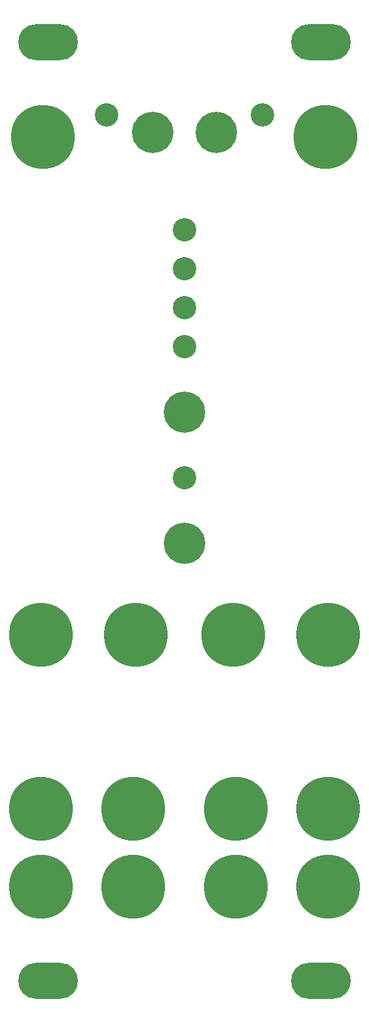
<source format=gbs>
G04 DipTrace 4.1.1.0*
G04 alps_panel02.GBS*
%MOIN*%
G04 #@! TF.FileFunction,Soldermask,Bot*
G04 #@! TF.Part,Single*
%ADD24C,0.120079*%
%ADD25C,0.212*%
%ADD30O,0.307213X0.185165*%
%ADD32C,0.328*%
%FSLAX26Y26*%
G04*
G70*
G90*
G75*
G01*
G04 BotMask*
%LPD*%
D24*
X1379000Y4369000D3*
Y4169000D3*
X979000Y4956500D3*
D25*
X1216500Y4869000D3*
D24*
X1379000Y3093999D3*
D25*
Y3431500D3*
Y2756500D3*
D24*
Y3969000D3*
Y3769000D3*
X1779000Y4956500D3*
D25*
X1541500Y4869000D3*
D32*
X1641500Y994000D3*
X641500D3*
X654000Y4844000D3*
X2104000D3*
X1116500Y994000D3*
D30*
X2079000Y512150D3*
X679000D3*
Y5332000D3*
X2079000D3*
D32*
X2116500Y994000D3*
X641500Y1394000D3*
X1116500D3*
X1641500D3*
X2116500D3*
X641500Y2287751D3*
X1129000D3*
X1629000D3*
X2116500D3*
M02*

</source>
